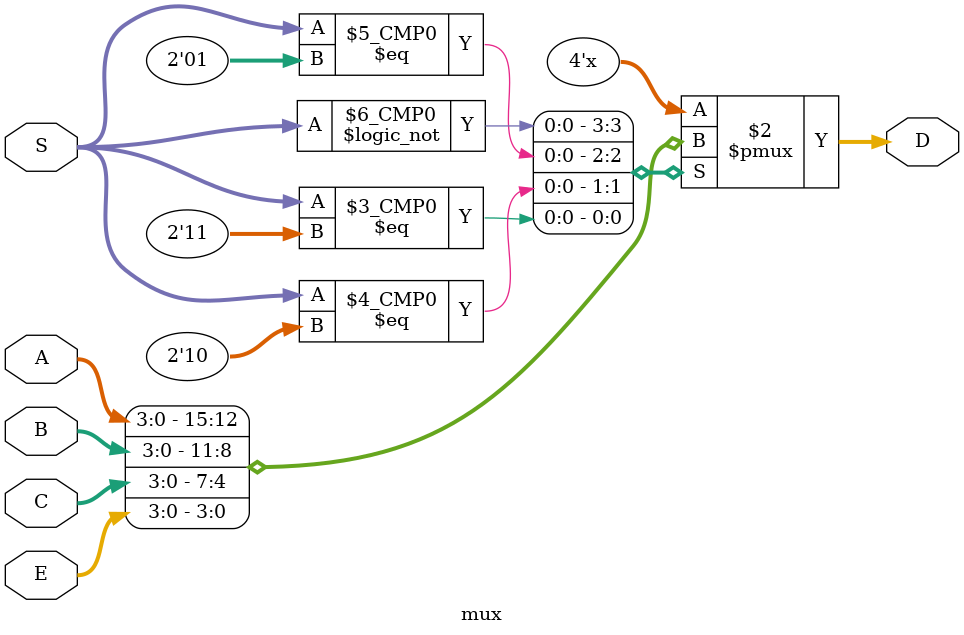
<source format=v>
module mux(S,A,B,C,E,D);
    input [1:0]S;
    input [3:0]A;
    input [3:0]B;
    input [3:0]C;
    input [3:0]E;
    output reg [3:0]D;
 
 always@(*) begin
 case(S)
    2'b00 :  D<=A;
    2'b01 : D<=B;
    2'b10 : D<=C; 
    2'b11 :  D<=E;   
 endcase
 end
endmodule
</source>
